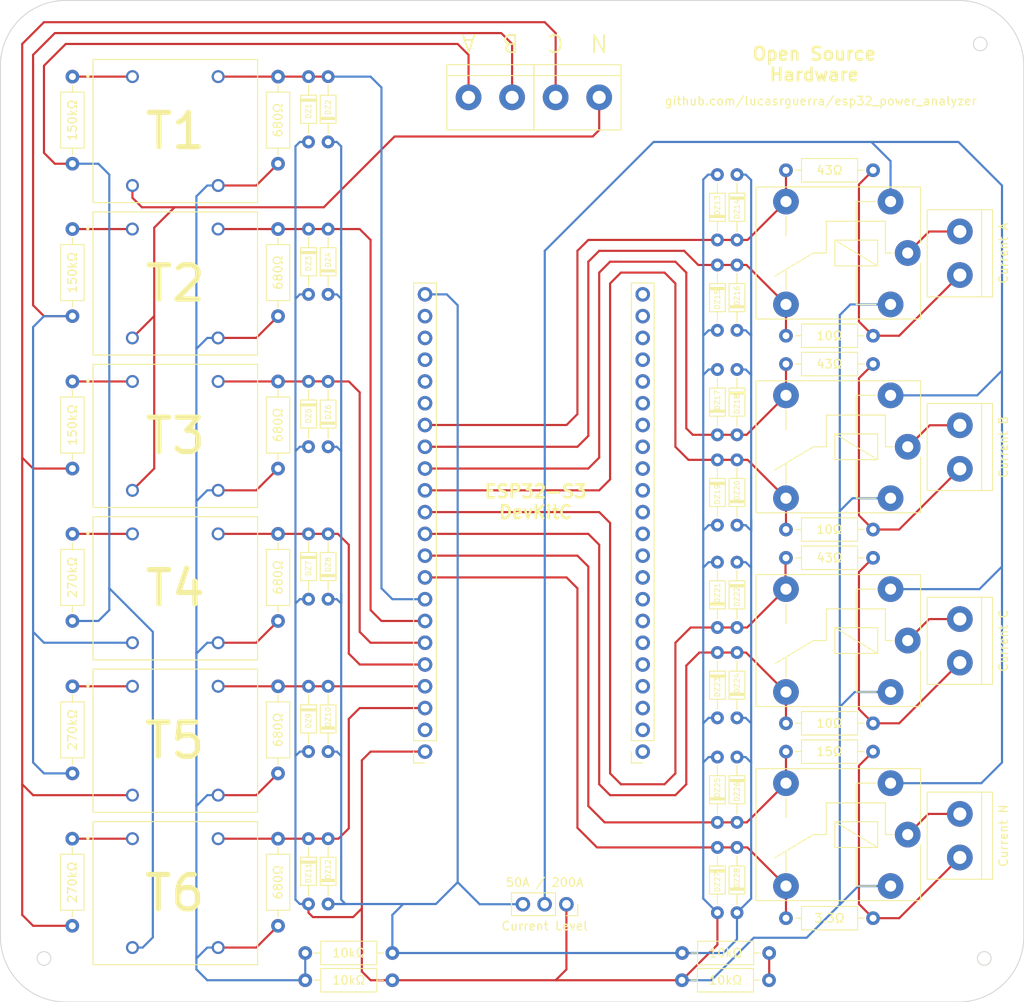
<source format=kicad_pcb>
(kicad_pcb (version 20221018) (generator pcbnew)
  (layers (0 "F.Cu" signal) (31 "B.Cu" signal) (34 "B.Paste" user) (35 "F.Paste" user) (36 "B.SilkS" user "B.Silkscreen") (37 "F.SilkS" user "F.Silkscreen") (38 "B.Mask" user) (39 "F.Mask" user) (44 "Edge.Cuts" user))
  (net 0 "")
  (net 1 "Line_AC_Wave")
  (net 2 "GND")
  (net 3 "VCC")
  (net 4 "Line_BC_Wave")
  (net 5 "Line_AB_Wave")
  (net 6 "Line_C_Wave")
  (net 7 "Line_B_Wave")
  (net 8 "Line_A_Wave")
  (net 9 "Current_A_50A")
  (net 10 "Current_A_200A")
  (net 11 "Current_B_50A")
  (net 12 "Current_B_200A")
  (net 13 "Current_N_600A")
  (net 14 "Current_N_150A")
  (net 15 "Current_C_50A")
  (net 16 "Current_C_200A")
  (net 45 "Line_B")
  (net 46 "Line_A")
  (net 47 "Neutral")
  (net 48 "Line_C")
  (net 49 "A_Current")
  (net 50 "V_Ref_C")
  (net 51 "B_Current")
  (net 52 "C_Current")
  (net 53 "N_Current")
  (net 54 "Select_Current")
  (net 55 "Line_A_Load")
  (net 56 "Line_B_Load")
  (net 57 "Line_C_Load")
  (net 58 "Line_AB_Load")
  (net 59 "Line_BC_Load")
  (net 60 "Line_AC_Load")
  (net 61 "V_Ref_V")
  (footprint "TerminalBlock:TerminalBlock_bornier-2_P5.08mm" (layer "F.Cu") (at 90.737 29.972 180)
    (fp_text reference "N  C")
    (fp_text value "Screw_Terminal_01x02" hide)
  )
  (footprint "Diode_THT:D_DO-34_SOD68_P7.62mm_Horizontal" (layer "F.Cu") (at 106.812 38.989 -90)
    (fp_text reference "DZ14" hide)
    (fp_text value "3.3v" hide)
  )
  (footprint "Connector_PinSocket_2.54mm:PinSocket_1x22_P2.54mm_Vertical" (layer "F.Cu") (at 95.817 106.299 180)
    (fp_text reference "ESP32-S3_BACK1" hide)
    (fp_text value "Conn_01x22_Socket" hide)
  )
  (footprint "Resistor_THT:R_Axial_DIN0207_L6.3mm_D2.5mm_P10.16mm_Horizontal" (layer "F.Cu") (at 29.269 126.619 90)
    (fp_text reference "R11" hide)
    (fp_text value "270kΩ" hide)
  )
  (footprint "Diode_THT:D_DO-34_SOD68_P7.62mm_Horizontal" (layer "F.Cu") (at 106.812 61.722 -90)
    (fp_text reference "DZ18" hide)
    (fp_text value "3.3v" hide)
  )
  (footprint "Diode_THT:D_DO-34_SOD68_P7.62mm_Horizontal" (layer "F.Cu") (at 106.812 79.883 90)
    (fp_text reference "DZ20" hide)
    (fp_text value "3.3v" hide)
  )
  (footprint "SnapEDA Library:XFMR_ZMPT101B" (layer "F.Cu") (at 41.287 87.249)
    (fp_text reference "T4")
    (fp_text value "ZMPT101B" hide)
  )
  (footprint "Resistor_THT:R_Axial_DIN0207_L6.3mm_D2.5mm_P10.16mm_Horizontal" (layer "F.Cu") (at 100.408 129.794)
    (fp_text reference "R23" hide)
    (fp_text value "10kΩ" hide)
  )
  (footprint "TerminalBlock:TerminalBlock_bornier-2_P5.08mm" (layer "F.Cu") (at 132.811 118.649 90)
    (fp_text reference "Current N")
    (fp_text value "Screw_Terminal_01x02" hide)
  )
  (footprint "Diode_THT:D_DO-34_SOD68_P7.62mm_Horizontal" (layer "F.Cu") (at 106.812 84.201 -90)
    (fp_text reference "DZ22" hide)
    (fp_text value "3.3v" hide)
  )
  (footprint "Diode_THT:D_DO-34_SOD68_P7.62mm_Horizontal" (layer "F.Cu") (at 104.526 114.554 90)
    (fp_text reference "DZ25" hide)
    (fp_text value "3.3v" hide)
  )
  (footprint "Resistor_THT:R_Axial_DIN0207_L6.3mm_D2.5mm_P10.16mm_Horizontal" (layer "F.Cu") (at 56.447 129.794)
    (fp_text reference "R21" hide)
    (fp_text value "10kΩ" hide)
  )
  (footprint "Diode_THT:D_DO-34_SOD68_P7.62mm_Horizontal" (layer "F.Cu") (at 104.526 72.263 -90)
    (fp_text reference "DZ19" hide)
    (fp_text value "3.3v" hide)
  )
  (footprint "Diode_THT:D_DO-34_SOD68_P7.62mm_Horizontal" (layer "F.Cu") (at 106.812 102.362 90)
    (fp_text reference "DZ24" hide)
    (fp_text value "3.3v" hide)
  )
  (footprint "Diode_THT:D_DO-34_SOD68_P7.62mm_Horizontal" (layer "F.Cu") (at 59.114 35.179 90)
    (fp_text reference "DZ2" hide)
    (fp_text value "3.3v" hide)
  )
  (footprint "Relay_THT:Relay_SPDT_Finder_36.11" (layer "F.Cu") (at 126.727 48.133 180)
    (fp_text reference "K1" hide)
    (fp_text value "FINDER-36.11" hide)
  )
  (footprint "Diode_THT:D_DO-34_SOD68_P7.62mm_Horizontal" (layer "F.Cu") (at 56.828 80.899 -90)
    (fp_text reference "DZ7" hide)
    (fp_text value "3.3v" hide)
  )
  (footprint "Diode_THT:D_DO-34_SOD68_P7.62mm_Horizontal" (layer "F.Cu") (at 104.526 49.53 -90)
    (fp_text reference "DZ15" hide)
    (fp_text value "3.3v" hide)
  )
  (footprint "TerminalBlock:TerminalBlock_bornier-2_P5.08mm" (layer "F.Cu") (at 132.811 95.916 90)
    (fp_text reference "Current C")
    (fp_text value "Screw_Terminal_01x02" hide)
  )
  (footprint "SnapEDA Library:XFMR_ZMPT101B" (layer "F.Cu") (at 41.277 51.689)
    (fp_text reference "T2")
    (fp_text value "ZMPT101B" hide)
  )
  (footprint "SnapEDA Library:XFMR_ZMPT101B" (layer "F.Cu") (at 41.287 69.469)
    (fp_text reference "T3")
    (fp_text value "ZMPT101B" hide)
  )
  (footprint "TerminalBlock:TerminalBlock_bornier-2_P5.08mm" (layer "F.Cu") (at 132.811 73.31 90)
    (fp_text reference "Current B")
    (fp_text value "Screw_Terminal_01x02" hide)
  )
  (footprint "Diode_THT:D_DO-34_SOD68_P7.62mm_Horizontal" (layer "F.Cu") (at 104.526 46.609 90)
    (fp_text reference "DZ13" hide)
    (fp_text value "3.3v" hide)
  )
  (footprint "Resistor_THT:R_Axial_DIN0207_L6.3mm_D2.5mm_P10.16mm_Horizontal" (layer "F.Cu") (at 122.687 83.693 180)
    (fp_text reference "R17" hide)
    (fp_text value "43Ω" hide)
  )
  (footprint "Resistor_THT:R_Axial_DIN0207_L6.3mm_D2.5mm_P10.16mm_Horizontal" (layer "F.Cu") (at 29.287 91.059 90)
    (fp_text reference "R7" hide)
    (fp_text value "270kΩ" hide)
  )
  (footprint "Connector_PinSocket_2.54mm:PinSocket_1x03_P2.54mm_Vertical" (layer "F.Cu") (at 86.912 124.104 -90)
    (fp_text reference "Current Level")
    (fp_text value "50A / 200A")
  )
  (footprint "TerminalBlock:TerminalBlock_bornier-2_P5.08mm" (layer "F.Cu") (at 132.811 50.704 90)
    (fp_text reference "Current A")
    (fp_text value "Screw_Terminal_01x02" hide)
  )
  (footprint "Resistor_THT:R_Axial_DIN0207_L6.3mm_D2.5mm_P10.16mm_Horizontal" (layer "F.Cu") (at 53.272 126.619 90)
    (fp_text reference "R12" hide)
    (fp_text value "680Ω" hide)
  )
  (footprint "Resistor_THT:R_Axial_DIN0207_L6.3mm_D2.5mm_P10.16mm_Horizontal" (layer "F.Cu") (at 122.687 61.087 180)
    (fp_text reference "R15" hide)
    (fp_text value "43Ω" hide)
  )
  (footprint "SnapEDA Library:XFMR_ZMPT101B" (layer "F.Cu") (at 41.287 33.909)
    (fp_text reference "T1")
    (fp_text value "ZMPT101B" hide)
  )
  (footprint "Diode_THT:D_DO-34_SOD68_P7.62mm_Horizontal" (layer "F.Cu") (at 59.114 106.299 90)
    (fp_text reference "DZ10" hide)
    (fp_text value "3.3v" hide)
  )
  (footprint "Resistor_THT:R_Axial_DIN0207_L6.3mm_D2.5mm_P10.16mm_Horizontal" (layer "F.Cu") (at 112.527 80.391)
    (fp_text reference "R16" hide)
    (fp_text value "10Ω" hide)
  )
  (footprint "Resistor_THT:R_Axial_DIN0207_L6.3mm_D2.5mm_P10.16mm_Horizontal" (layer "F.Cu") (at 53.272 73.279 90)
    (fp_text reference "R6" hide)
    (fp_text value "680Ω" hide)
  )
  (footprint "Diode_THT:D_DO-34_SOD68_P7.62mm_Horizontal" (layer "F.Cu") (at 104.526 117.475 -90)
    (fp_text reference "DZ27" hide)
    (fp_text value "3.3v" hide)
  )
  (footprint "Diode_THT:D_DO-34_SOD68_P7.62mm_Horizontal" (layer "F.Cu") (at 56.828 45.339 -90)
    (fp_text reference "DZ3" hide)
    (fp_text value "3.3v" hide)
  )
  (footprint "Diode_THT:D_DO-34_SOD68_P7.62mm_Horizontal" (layer "F.Cu") (at 59.114 88.519 90)
    (fp_text reference "DZ8" hide)
    (fp_text value "3.3v" hide)
  )
  (footprint "Relay_THT:Relay_SPDT_Finder_36.11" (layer "F.Cu") (at 126.727 115.982 180)
    (fp_text reference "K4" hide)
    (fp_text value "FINDER-36.11" hide)
  )
  (footprint "Resistor_THT:R_Axial_DIN0207_L6.3mm_D2.5mm_P10.16mm_Horizontal" (layer "F.Cu") (at 53.272 55.499 90)
    (fp_text reference "R4" hide)
    (fp_text value "680Ω" hide)
  )
  (footprint "Resistor_THT:R_Axial_DIN0207_L6.3mm_D2.5mm_P10.16mm_Horizontal" (layer "F.Cu") (at 53.272 108.839 90)
    (fp_text reference "R10" hide)
    (fp_text value "680Ω" hide)
  )
  (footprint "Diode_THT:D_DO-34_SOD68_P7.62mm_Horizontal" (layer "F.Cu") (at 59.114 52.959 90)
    (fp_text reference "DZ4" hide)
    (fp_text value "3.3v" hide)
  )
  (footprint "TerminalBlock:TerminalBlock_bornier-2_P5.08mm" (layer "F.Cu") (at 80.577 29.972 180)
    (fp_text reference "B  A")
    (fp_text value "Screw_Terminal_01x02" hide)
  )
  (footprint "Resistor_THT:R_Axial_DIN0207_L6.3mm_D2.5mm_P10.16mm_Horizontal" (layer "F.Cu") (at 56.447 132.969)
    (fp_text reference "R22" hide)
    (fp_text value "10kΩ" hide)
  )
  (footprint "Resistor_THT:R_Axial_DIN0207_L6.3mm_D2.5mm_P10.16mm_Horizontal" (layer "F.Cu") (at 122.687 38.481 180)
    (fp_text reference "R13" hide)
    (fp_text value "43Ω" hide)
  )
  (footprint "Resistor_THT:R_Axial_DIN0207_L6.3mm_D2.5mm_P10.16mm_Horizontal" (layer "F.Cu") (at 29.287 37.719 90)
    (fp_text reference "R1" hide)
    (fp_text value "150kΩ" hide)
  )
  (footprint "Diode_THT:D_DO-34_SOD68_P7.62mm_Horizontal" (layer "F.Cu") (at 59.114 124.079 90)
    (fp_text reference "DZ12" hide)
    (fp_text value "3.3v" hide)
  )
  (footprint "Diode_THT:D_DO-34_SOD68_P7.62mm_Horizontal" (layer "F.Cu") (at 106.812 57.15 90)
    (fp_text reference "DZ16" hide)
    (fp_text value "3.3v" hide)
  )
  (footprint "Relay_THT:Relay_SPDT_Finder_36.11" (layer "F.Cu") (at 126.727 70.739 180)
    (fp_text reference "K2" hide)
    (fp_text value "FINDER-36.11" hide)
  )
  (footprint "Diode_THT:D_DO-34_SOD68_P7.62mm_Horizontal" (layer "F.Cu") (at 106.812 125.095 90)
    (fp_text reference "DZ28" hide)
    (fp_text value "3.3v" hide)
  )
  (footprint "Resistor_THT:R_Axial_DIN0207_L6.3mm_D2.5mm_P10.16mm_Horizontal" (layer "F.Cu") (at 53.272 37.719 90)
    (fp_text reference "R2" hide)
    (fp_text value "680Ω" hide)
  )
  (footprint "Diode_THT:D_DO-34_SOD68_P7.62mm_Horizontal" (layer "F.Cu") (at 104.526 94.742 -90)
    (fp_text reference "DZ23" hide)
    (fp_text value "3.3v" hide)
  )
  (footprint "Relay_THT:Relay_SPDT_Finder_36.11" (layer "F.Cu") (at 126.727 93.345 180)
    (fp_text reference "K3" hide)
    (fp_text value "FINDER-36.11" hide)
  )
  (footprint "Resistor_THT:R_Axial_DIN0207_L6.3mm_D2.5mm_P10.16mm_Horizontal" (layer "F.Cu") (at 29.287 55.499 90)
    (fp_text reference "R3" hide)
    (fp_text value "150kΩ" hide)
  )
  (footprint "Diode_THT:D_DO-34_SOD68_P7.62mm_Horizontal" (layer "F.Cu") (at 104.526 91.821 90)
    (fp_text reference "DZ21" hide)
    (fp_text value "3.3v" hide)
  )
  (footprint "Diode_THT:D_DO-34_SOD68_P7.62mm_Horizontal" (layer "F.Cu") (at 56.828 63.109 -90)
    (fp_text reference "DZ5" hide)
    (fp_text value "3.3v" hide)
  )
  (footprint "Resistor_THT:R_Axial_DIN0207_L6.3mm_D2.5mm_P10.16mm_Horizontal" (layer "F.Cu") (at 53.272 91.059 90)
    (fp_text reference "R8" hide)
    (fp_text value "680Ω" hide)
  )
  (footprint "SnapEDA Library:XFMR_ZMPT101B" (layer "F.Cu") (at 41.287 105.029)
    (fp_text reference "T5")
    (fp_text value "ZMPT101B" hide)
  )
  (footprint "Resistor_THT:R_Axial_DIN0207_L6.3mm_D2.5mm_P10.16mm_Horizontal" (layer "F.Cu") (at 100.389 132.969)
    (fp_text reference "R24" hide)
    (fp_text value "10kΩ" hide)
  )
  (footprint "Resistor_THT:R_Axial_DIN0207_L6.3mm_D2.5mm_P10.16mm_Horizontal" (layer "F.Cu") (at 112.527 125.73)
    (fp_text reference "R20" hide)
    (fp_text value "3.3Ω" hide)
  )
  (footprint "Resistor_THT:R_Axial_DIN0207_L6.3mm_D2.5mm_P10.16mm_Horizontal" (layer "F.Cu") (at 29.287 108.839 90)
    (fp_text reference "R9" hide)
    (fp_text value "270kΩ" hide)
  )
  (footprint "Connector_PinSocket_2.54mm:PinSocket_1x22_P2.54mm_Vertical" (layer "F.Cu") (at 70.417 106.299 180)
    (fp_text reference "ESP32-S3_FRONT1" hide)
    (fp_text value "Conn_01x22_Socket" hide)
  )
  (footprint "Resistor_THT:R_Axial_DIN0207_L6.3mm_D2.5mm_P10.16mm_Horizontal" (layer "F.Cu") (at 112.527 102.997)
    (fp_text reference "R18" hide)
    (fp_text value "10Ω" hide)
  )
  (footprint "Diode_THT:D_DO-34_SOD68_P7.62mm_Horizontal" (layer "F.Cu") (at 59.114 70.739 90)
    (fp_text reference "DZ6" hide)
    (fp_text value "3.3v" hide)
  )
  (footprint "Diode_THT:D_DO-34_SOD68_P7.62mm_Horizontal" (layer "F.Cu") (at 106.812 106.934 -90)
    (fp_text reference "DZ26" hide)
    (fp_text value "3.3v" hide)
  )
  (footprint "SnapEDA Library:XFMR_ZMPT101B" (layer "F.Cu") (at 41.287 122.809)
    (fp_text reference "T6")
    (fp_text value "ZMPT101B" hide)
  )
  (footprint "Diode_THT:D_DO-34_SOD68_P7.62mm_Horizontal" (layer "F.Cu") (at 56.823 116.454 -90)
    (fp_text reference "DZ11" hide)
    (fp_text value "3.3v" hide)
  )
  (footprint "Resistor_THT:R_Axial_DIN0207_L6.3mm_D2.5mm_P10.16mm_Horizontal" (layer "F.Cu") (at 112.527 57.785)
    (fp_text reference "R14" hide)
    (fp_text value "10Ω" hide)
  )
  (footprint "Resistor_THT:R_Axial_DIN0207_L6.3mm_D2.5mm_P10.16mm_Horizontal" (layer "F.Cu") (at 29.287 73.279 90)
    (fp_text reference "R5" hide)
    (fp_text value "150kΩ" hide)
  )
  (footprint "Diode_THT:D_DO-34_SOD68_P7.62mm_Horizontal" (layer "F.Cu") (at 104.526 69.342 90)
    (fp_text reference "DZ17" hide)
    (fp_text value "3.3v" hide)
  )
  (footprint "Diode_THT:D_DO-34_SOD68_P7.62mm_Horizontal" (layer "F.Cu") (at 56.828 98.679 -90)
    (fp_text reference "DZ9" hide)
    (fp_text value "3.3v" hide)
  )
  (footprint "Diode_THT:D_DO-34_SOD68_P7.62mm_Horizontal" (layer "F.Cu") (at 56.828 27.559 -90)
    (fp_text reference "DZ1" hide)
    (fp_text value "3.3v" hide)
  )
  (footprint "Resistor_THT:R_Axial_DIN0207_L6.3mm_D2.5mm_P10.16mm_Horizontal" (layer "F.Cu") (at 122.687 106.299 180)
    (fp_text reference "R19" hide)
    (fp_text value "15Ω" hide)
  )
  (gr_circle (center 135.187 23.749) (end 135.987 23.749) (stroke (width 0.1)) (fill none) (layer "Edge.Cuts"))
  (gr_arc (start 20.887 26.289) (mid 23.118846 20.900846) (end 28.507 18.669) (stroke (width 0.1)) (layer "Edge.Cuts"))
  (gr_arc (start 28.507 135.509) (mid 23.118846 133.277154) (end 20.887 127.889) (stroke (width 0.1)) (layer "Edge.Cuts"))
  (gr_circle (center 135.657 130.429) (end 136.457 130.429) (stroke (width 0.1)) (fill none) (layer "Edge.Cuts"))
  (gr_arc (start 140.267 127.889) (mid 138.035154 133.277154) (end 132.647 135.509) (stroke (width 0.1)) (layer "Edge.Cuts"))
  (gr_arc (start 132.647 18.669) (mid 138.035154 20.900846) (end 140.267 26.289) (stroke (width 0.1)) (layer "Edge.Cuts"))
  (gr_circle (center 25.967 130.429) (end 26.767 130.429) (stroke (width 0.1)) (fill none) (layer "Edge.Cuts"))
  (gr_line (start 20.887 26.289) (end 20.887 127.889) (stroke (width 0.1)) (layer "Edge.Cuts"))
  (gr_line (start 132.647 135.509) (end 28.507 135.509) (stroke (width 0.1)) (layer "Edge.Cuts"))
  (gr_line (start 132.647 18.669) (end 28.507 18.669) (stroke (width 0.1)) (layer "Edge.Cuts"))
  (gr_line (start 140.267 26.289) (end 140.267 127.889) (stroke (width 0.1)) (layer "Edge.Cuts"))
  (gr_text "Open Source\nHardware" (at 115.824 28.194) (layer "F.SilkS") (effects (font (size 1.5 1.5) (thickness 0.3) bold) (justify bottom)))
  (gr_text "github.com/lucasrguerra/esp32_power_analyzer" (at 116.586 30.988) (layer "F.SilkS") (effects (font (size 1 1)) (justify bottom)))
  (gr_text "ESP32-S3\nDevKitC" (at 83.312 79.248) (layer "F.SilkS") (effects (font (size 1.5 1.5) (thickness 0.3) bold) (justify bottom)))
  (segment (start 59.109 116.454) (end 59.114 116.459) (width 0.25) (layer "F.Cu") (net 1))
  (segment (start 61.527 115.2525) (end 61.527 102.489) (width 0.25) (layer "F.Cu") (net 1))
  (segment (start 61.527 102.489) (end 62.797 101.219) (width 0.25) (layer "F.Cu") (net 1))
  (segment (start 56.823 116.454) (end 59.109 116.454) (width 0.25) (layer "F.Cu") (net 1))
  (segment (start 53.272 116.459) (end 56.818 116.459) (width 0.25) (layer "F.Cu") (net 1))
  (segment (start 53.272 116.459) (end 46.287 116.459) (width 0.25) (layer "F.Cu") (net 1))
  (segment (start 56.818 116.459) (end 56.823 116.454) (width 0.25) (layer "F.Cu") (net 1))
  (segment (start 62.797 101.219) (end 70.417 101.219) (width 0.25) (layer "F.Cu") (net 1))
  (segment (start 59.114 116.459) (end 60.3205 116.459) (width 0.25) (layer "F.Cu") (net 1))
  (segment (start 60.3205 116.459) (end 61.527 115.2525) (width 0.25) (layer "F.Cu") (net 1))
  (segment (start 100.389 132.969) (end 104.526 128.832) (width 0.25) (layer "F.Cu") (net 2))
  (segment (start 58.987 125.603) (end 57.336 125.603) (width 0.25) (layer "F.Cu") (net 2))
  (segment (start 63.051 131.953) (end 63.051 124.587) (width 0.25) (layer "F.Cu") (net 2))
  (segment (start 66.607 132.969) (end 64.067 132.969) (width 0.25) (layer "F.Cu") (net 2))
  (segment (start 85.657 132.969) (end 100.389 132.969) (width 0.25) (layer "F.Cu") (net 2))
  (segment (start 64.067 132.969) (end 63.051 131.953) (width 0.25) (layer "F.Cu") (net 2))
  (segment (start 70.417 106.299) (end 64.067 106.299) (width 0.25) (layer "F.Cu") (net 2))
  (segment (start 86.912 124.104) (end 86.912 131.714) (width 0.25) (layer "F.Cu") (net 2))
  (segment (start 104.526 128.832) (end 104.526 125.095) (width 0.25) (layer "F.Cu") (net 2))
  (segment (start 86.912 131.714) (end 85.657 132.969) (width 0.25) (layer "F.Cu") (net 2))
  (segment (start 57.336 125.603) (end 56.823 125.09) (width 0.25) (layer "F.Cu") (net 2))
  (segment (start 56.823 125.09) (end 56.823 124.074) (width 0.25) (layer "F.Cu") (net 2))
  (segment (start 63.051 107.315) (end 63.051 124.587) (width 0.25) (layer "F.Cu") (net 2))
  (segment (start 64.067 106.299) (end 63.051 107.315) (width 0.25) (layer "F.Cu") (net 2))
  (segment (start 63.051 124.587) (end 62.035 125.603) (width 0.25) (layer "F.Cu") (net 2))
  (segment (start 62.035 125.603) (end 58.987 125.603) (width 0.25) (layer "F.Cu") (net 2))
  (segment (start 66.607 132.969) (end 85.657 132.969) (width 0.25) (layer "F.Cu") (net 2))
  (segment (start 104.526 84.201) (end 103.51 84.201) (width 0.25) (layer "B.Cu") (net 2))
  (segment (start 55.812 52.959) (end 55.304 53.467) (width 0.25) (layer "B.Cu") (net 2))
  (segment (start 120.9645 121.982) (end 124.727 121.982) (width 0.25) (layer "B.Cu") (net 2))
  (segment (start 102.875 79.248) (end 102.875 84.709) (width 0.25) (layer "B.Cu") (net 2))
  (segment (start 55.304 35.687) (end 55.304 123.571) (width 0.25) (layer "B.Cu") (net 2))
  (segment (start 118.804 82.662) (end 118.804 55.372) (width 0.25) (layer "B.Cu") (net 2))
  (segment (start 102.875 80.518) (end 103.51 79.883) (width 0.25) (layer "B.Cu") (net 2))
  (segment (start 120.043 54.133) (end 124.727 54.133) (width 0.25) (layer "B.Cu") (net 2))
  (segment (start 104.526 102.362) (end 103.51 102.362) (width 0.25) (layer "B.Cu") (net 2))
  (segment (start 55.812 106.299) (end 56.828 106.299) (width 0.25) (layer "B.Cu") (net 2))
  (segment (start 55.304 89.027) (end 55.812 88.519) (width 0.25) (layer "B.Cu") (net 2))
  (segment (start 103.51 102.362) (end 102.875 102.997) (width 0.25) (layer "B.Cu") (net 2))
  (segment (start 55.822 70.729) (end 56.828 70.729) (width 0.25) (layer "B.Cu") (net 2))
  (segment (start 103.51 57.15) (end 102.875 57.785) (width 0.25) (layer "B.Cu") (net 2))
  (segment (start 55.812 88.519) (end 56.828 88.519) (width 0.25) (layer "B.Cu") (net 2))
  (segment (start 103.51 61.722) (end 102.875 62.357) (width 0.25) (layer "B.Cu") (net 2))
  (segment (start 55.807 124.074) (end 56.823 124.074) (width 0.25) (layer "B.Cu") (net 2))
  (segment (start 102.875 84.709) (end 102.875 102.997) (width 0.25) (layer "B.Cu") (net 2))
  (segment (start 104.526 38.989) (end 103.4465 38.989) (width 0.25) (layer "B.Cu") (net 2))
  (segment (start 104.526 57.15) (end 103.51 57.15) (width 0.25) (layer "B.Cu") (net 2))
  (segment (start 102.875 57.15) (end 102.875 62.357) (width 0.25) (layer "B.Cu") (net 2))
  (segment (start 55.304 123.571) (end 55.807 124.074) (width 0.25) (layer "B.Cu") (net 2))
  (segment (start 55.812 35.179) (end 55.304 35.687) (width 0.25) (layer "B.Cu") (net 2))
  (segment (start 103.51 106.934) (end 102.875 107.569) (width 0.25) (layer "B.Cu") (net 2))
  (segment (start 102.875 62.357) (end 102.875 79.248) (width 0.25) (layer "B.Cu") (net 2))
  (segment (start 118.804 101.092) (end 120.551 99.345) (width 0.25) (layer "B.Cu") (net 2))
  (segment (start 103.818 132.969) (end 108.771 128.016) (width 0.25) (layer "B.Cu") (net 2))
  (segment (start 104.526 61.722) (end 103.51 61.722) (width 0.25) (layer "B.Cu") (net 2))
  (segment (start 103.4465 38.989) (end 102.875 39.5605) (width 0.25) (layer "B.Cu") (net 2))
  (segment (start 114.9305 128.016) (end 118.804 124.1425) (width 0.25) (layer "B.Cu") (net 2))
  (segment (start 102.875 107.569) (end 102.875 123.444) (width 0.25) (layer "B.Cu") (net 2))
  (segment (start 100.389 132.969) (end 103.818 132.969) (width 0.25) (layer "B.Cu") (net 2))
  (segment (start 55.304 106.807) (end 55.812 106.299) (width 0.25) (layer "B.Cu") (net 2))
  (segment (start 108.771 128.016) (end 114.9305 128.016) (width 0.25) (layer "B.Cu") (net 2))
  (segment (start 102.875 39.5605) (end 102.875 57.15) (width 0.25) (layer "B.Cu") (net 2))
  (segment (start 120.551 99.345) (end 124.727 99.345) (width 0.25) (layer "B.Cu") (net 2))
  (segment (start 118.804 102.489) (end 118.804 101.092) (width 0.25) (layer "B.Cu") (net 2))
  (segment (start 118.804 124.1425) (end 118.804 82.662) (width 0.25) (layer "B.Cu") (net 2))
  (segment (start 102.875 102.997) (end 102.875 107.569) (width 0.25) (layer "B.Cu") (net 2))
  (segment (start 103.51 79.883) (end 104.526 79.883) (width 0.25) (layer "B.Cu") (net 2))
  (segment (start 120.297 76.739) (end 124.727 76.739) (width 0.25) (layer "B.Cu") (net 2))
  (segment (start 56.828 52.959) (end 55.812 52.959) (width 0.25) (layer "B.Cu") (net 2))
  (segment (start 56.828 35.179) (end 55.812 35.179) (width 0.25) (layer "B.Cu") (net 2))
  (segment (start 118.804 55.372) (end 120.043 54.133) (width 0.25) (layer "B.Cu") (net 2))
  (segment (start 118.804 124.1425) (end 120.9645 121.982) (width 0.25) (layer "B.Cu") (net 2))
  (segment (start 104.526 106.934) (end 103.51 106.934) (width 0.25) (layer "B.Cu") (net 2))
  (segment (start 118.804 78.232) (end 120.297 76.739) (width 0.25) (layer "B.Cu") (net 2))
  (segment (start 118.804 82.662) (end 118.804 78.232) (width 0.25) (layer "B.Cu") (net 2))
  (segment (start 55.304 71.247) (end 55.822 70.729) (width 0.25) (layer "B.Cu") (net 2))
  (segment (start 102.875 123.444) (end 104.526 125.095) (width 0.25) (layer "B.Cu") (net 2))
  (segment (start 103.51 84.201) (end 102.875 84.836) (width 0.25) (layer "B.Cu") (net 2))
  (segment (start 71.687 124.079) (end 67.877 124.079) (width 0.25) (layer "B.Cu") (net 3))
  (segment (start 106.812 102.362) (end 107.828 102.362) (width 0.25) (layer "B.Cu") (net 3))
  (segment (start 60.638 35.687) (end 60.13 35.179) (width 0.25) (layer "B.Cu") (net 3))
  (segment (start 60.638 87.884) (end 60.638 123.571) (width 0.25) (layer "B.Cu") (net 3))
  (segment (start 66.607 129.794) (end 66.607 125.349) (width 0.25) (layer "B.Cu") (net 3))
  (segment (start 108.463 79.248) (end 108.463 107.569) (width 0.25) (layer "B.Cu") (net 3))
  (segment (start 108.463 39.624) (end 108.463 57.658) (width 0.25) (layer "B.Cu") (net 3))
  (segment (start 108.463 57.658) (end 108.463 62.23) (width 0.25) (layer "B.Cu") (net 3))
  (segment (start 108.463 80.518) (end 107.828 79.883) (width 0.25) (layer "B.Cu") (net 3))
  (segment (start 60.13 52.959) (end 60.638 53.467) (width 0.25) (layer "B.Cu") (net 3))
  (segment (start 59.114 52.959) (end 60.13 52.959) (width 0.25) (layer "B.Cu") (net 3))
  (segment (start 108.463 123.444) (end 106.812 125.095) (width 0.25) (layer "B.Cu") (net 3))
  (segment (start 60.638 106.807) (end 60.13 106.299) (width 0.25) (layer "B.Cu") (net 3))
  (segment (start 67.877 124.079) (end 59.114 124.079) (width 0.25) (layer "B.Cu") (net 3))
  (segment (start 74.227 121.539) (end 71.687 124.079) (width 0.25) (layer "B.Cu") (net 3))
  (segment (start 60.638 52.451) (end 60.638 70.231) (width 0.25) (layer "B.Cu") (net 3))
  (segment (start 107.828 38.989) (end 108.463 39.624) (width 0.25) (layer "B.Cu") (net 3))
  (segment (start 60.638 52.451) (end 60.638 35.687) (width 0.25) (layer "B.Cu") (net 3))
  (segment (start 107.828 61.722) (end 108.463 62.357) (width 0.25) (layer "B.Cu") (net 3))
  (segment (start 108.463 62.23) (end 108.463 79.248) (width 0.25) (layer "B.Cu") (net 3))
  (segment (start 72.957 52.959) (end 74.227 54.229) (width 0.25) (layer "B.Cu") (net 3))
  (segment (start 100.408 129.794) (end 66.607 129.794) (width 0.25) (layer "B.Cu") (net 3))
  (segment (start 107.828 84.201) (end 108.463 84.836) (width 0.25) (layer "B.Cu") (net 3))
  (segment (start 107.828 79.883) (end 106.812 79.883) (width 0.25) (layer "B.Cu") (net 3))
  (segment (start 108.463 79.248) (end 108.463 80.518) (width 0.25) (layer "B.Cu") (net 3))
  (segment (start 106.812 106.934) (end 107.828 106.934) (width 0.25) (layer "B.Cu") (net 3))
  (segment (start 60.13 70.739) (end 59.114 70.739) (width 0.25) (layer "B.Cu") (net 3))
  (segment (start 60.638 71.247) (end 60.13 70.739) (width 0.25) (layer "B.Cu") (net 3))
  (segment (start 105.215 129.794) (end 106.812 128.197) (width 0.25) (layer "B.Cu") (net 3))
  (segment (start 60.638 123.571) (end 61.146 124.079) (width 0.25) (layer "B.Cu") (net 3))
  (segment (start 100.408 129.794) (end 105.215 129.794) (width 0.25) (layer "B.Cu") (net 3))
  (segment (start 106.812 128.197) (end 106.812 125.095) (width 0.25) (layer "B.Cu") (net 3))
  (segment (start 106.812 84.201) (end 107.828 84.201) (width 0.25) (layer "B.Cu") (net 3))
  (segment (start 60.638 70.231) (end 60.638 87.884) (width 0.25) (layer "B.Cu") (net 3))
  (segment (start 60.13 106.299) (end 59.114 106.299) (width 0.25) (layer "B.Cu") (net 3))
  (segment (start 60.638 87.884) (end 60.638 89.027) (width 0.25) (layer "B.Cu") (net 3))
  (segment (start 60.13 35.179) (end 59.114 35.179) (width 0.25) (layer "B.Cu") (net 3))
  (segment (start 106.812 57.15) (end 107.828 57.15) (width 0.25) (layer "B.Cu") (net 3))
  (segment (start 60.13 88.519) (end 59.114 88.519) (width 0.25) (layer "B.Cu") (net 3))
  (segment (start 70.417 52.959) (end 72.957 52.959) (width 0.25) (layer "B.Cu") (net 3))
  (segment (start 106.812 38.989) (end 107.828 38.989) (width 0.25) (layer "B.Cu") (net 3))
  (segment (start 106.812 61.722) (end 107.828 61.722) (width 0.25) (layer "B.Cu") (net 3))
  (segment (start 81.832 124.104) (end 76.792 124.104) (width 0.25) (layer "B.Cu") (net 3))
  (segment (start 74.227 54.229) (end 74.227 121.539) (width 0.25) (layer "B.Cu") (net 3))
  (segment (start 107.828 106.934) (end 108.463 107.569) (width 0.25) (layer "B.Cu") (net 3))
  (segment (start 60.638 89.027) (end 60.13 88.519) (width 0.25) (layer "B.Cu") (net 3))
  (segment (start 107.828 57.15) (end 108.463 57.785) (width 0.25) (layer "B.Cu") (net 3))
  (segment (start 76.792 124.104) (end 74.227 121.539) (width 0.25) (layer "B.Cu") (net 3))
  (segment (start 61.146 124.079) (end 59.114 124.079) (width 0.25) (layer "B.Cu") (net 3))
  (segment (start 66.607 125.349) (end 67.877 124.079) (width 0.25) (layer "B.Cu") (net 3))
  (segment (start 108.463 107.569) (end 108.463 123.444) (width 0.25) (layer "B.Cu") (net 3))
  (segment (start 107.828 102.362) (end 108.463 102.997) (width 0.25) (layer "B.Cu") (net 3))
  (segment (start 59.114 98.679) (end 70.417 98.679) (width 0.25) (layer "F.Cu") (net 4))
  (segment (start 46.287 98.679) (end 53.272 98.679) (width 0.25) (layer "F.Cu") (net 4))
  (segment (start 53.272 98.679) (end 56.828 98.679) (width 0.25) (layer "F.Cu") (net 4))
  (segment (start 59.114 98.679) (end 56.828 98.679) (width 0.25) (layer "F.Cu") (net 4))
  (segment (start 61.527 94.869) (end 62.797 96.139) (width 0.25) (layer "F.Cu") (net 5))
  (segment (start 46.287 80.899) (end 53.272 80.899) (width 0.25) (layer "F.Cu") (net 5))
  (segment (start 59.114 80.899) (end 60.257 80.899) (width 0.25) (layer "F.Cu") (net 5))
  (segment (start 60.257 80.899) (end 61.527 82.169) (width 0.25) (layer "F.Cu") (net 5))
  (segment (start 62.797 96.139) (end 70.417 96.139) (width 0.25) (layer "F.Cu") (net 5))
  (segment (start 59.114 80.899) (end 56.828 80.899) (width 0.25) (layer "F.Cu") (net 5))
  (segment (start 53.272 80.899) (end 56.828 80.899) (width 0.25) (layer "F.Cu") (net 5))
  (segment (start 61.527 82.169) (end 61.527 94.869) (width 0.25) (layer "F.Cu") (net 5))
  (segment (start 46.287 63.119) (end 53.272 63.119) (width 0.25) (layer "F.Cu") (net 6))
  (segment (start 62.797 64.389) (end 62.797 92.329) (width 0.25) (layer "F.Cu") (net 6))
  (segment (start 61.527 63.119) (end 62.797 64.389) (width 0.25) (layer "F.Cu") (net 6))
  (segment (start 53.272 63.119) (end 56.818 63.119) (width 0.25) (layer "F.Cu") (net 6))
  (segment (start 56.818 63.119) (end 56.828 63.109) (width 0.25) (layer "F.Cu") (net 6))
  (segment (start 64.067 93.599) (end 70.417 93.599) (width 0.25) (layer "F.Cu") (net 6))
  (segment (start 62.797 92.329) (end 64.067 93.599) (width 0.25) (layer "F.Cu") (net 6))
  (segment (start 56.828 63.109) (end 59.104 63.109) (width 0.25) (layer "F.Cu") (net 6))
  (segment (start 59.114 63.119) (end 61.527 63.119) (width 0.25) (layer "F.Cu") (net 6))
  (segment (start 65.337 91.059) (end 64.067 89.789) (width 0.25) (layer "F.Cu") (net 7))
  (segment (start 59.114 45.339) (end 56.828 45.339) (width 0.25) (layer "F.Cu") (net 7))
  (segment (start 70.417 91.059) (end 65.337 91.059) (width 0.25) (layer "F.Cu") (net 7))
  (segment (start 46.277 45.339) (end 53.272 45.339) (width 0.25) (layer "F.Cu") (net 7))
  (segment (start 64.067 89.789) (end 64.067 46.609) (width 0.25) (layer "F.Cu") (net 7))
  (segment (start 53.272 45.339) (end 56.828 45.339) (width 0.25) (layer "F.Cu") (net 7))
  (segment (start 62.797 45.339) (end 59.114 45.339) (width 0.25) (layer "F.Cu") (net 7))
  (segment (start 64.067 46.609) (end 62.797 45.339) (width 0.25) (layer "F.Cu") (net 7))
  (segment (start 56.828 27.559) (end 59.114 27.559) (width 0.25) (layer "F.Cu") (net 8))
  (segment (start 46.287 27.559) (end 53.272 27.559) (width 0.25) (layer "F.Cu") (net 8))
  (segment (start 53.272 27.559) (end 56.828 27.559) (width 0.25) (layer "F.Cu") (net 8))
  (segment (start 64.067 27.559) (end 59.114 27.559) (width 0.25) (layer "B.Cu") (net 8))
  (segment (start 70.417 88.519) (end 66.607 88.519) (width 0.25) (layer "B.Cu") (net 8))
  (segment (start 66.607 88.519) (end 65.337 87.249) (width 0.25) (layer "B.Cu") (net 8))
  (segment (start 65.337 87.249) (end 65.337 28.829) (width 0.25) (layer "B.Cu") (net 8))
  (segment (start 65.337 28.829) (end 64.067 27.559) (width 0.25) (layer "B.Cu") (net 8))
  (segment (start 88.197 47.879) (end 88.197 66.929) (width 0.25) (layer "F.Cu") (net 9))
  (segment (start 88.197 66.929) (end 86.927 68.199) (width 0.25) (layer "F.Cu") (net 9))
  (segment (start 106.812 46.609) (end 108.051 46.609) (width 0.25) (layer "F.Cu") (net 9))
  (segment (start 104.526 46.609) (end 89.467 46.609) (width 0.25) (layer "F.Cu") (net 9))
  (segment (start 112.527 42.133) (end 112.527 38.481) (width 0.25) (layer "F.Cu") (net 9))
  (segment (start 89.467 46.609) (end 88.197 47.879) (width 0.25) (layer "F.Cu") (net 9))
  (segment (start 86.927 68.199) (end 70.417 68.199) (width 0.25) (layer "F.Cu") (net 9))
  (segment (start 108.051 46.609) (end 112.527 42.133) (width 0.25) (layer "F.Cu") (net 9))
  (segment (start 104.526 46.609) (end 106.812 46.609) (width 0.25) (layer "F.Cu") (net 9))
  (segment (start 107.924 49.53) (end 112.527 54.133) (width 0.25) (layer "F.Cu") (net 10))
  (segment (start 106.812 49.53) (end 107.924 49.53) (width 0.25) (layer "F.Cu") (net 10))
  (segment (start 100.643 47.879) (end 102.294 49.53) (width 0.25) (layer "F.Cu") (net 10))
  (segment (start 89.467 69.469) (end 89.467 49.149) (width 0.25) (layer "F.Cu") (net 10))
  (segment (start 70.417 70.739) (end 88.197 70.739) (width 0.25) (layer "F.Cu") (net 10))
  (segment (start 112.527 54.133) (end 112.527 57.785) (width 0.25) (layer "F.Cu") (net 10))
  (segment (start 88.197 70.739) (end 89.467 69.469) (width 0.25) (layer "F.Cu") (net 10))
  (segment (start 102.294 49.53) (end 104.526 49.53) (width 0.25) (layer "F.Cu") (net 10))
  (segment (start 104.526 49.53) (end 106.812 49.53) (width 0.25) (layer "F.Cu") (net 10))
  (segment (start 90.737 47.879) (end 100.643 47.879) (width 0.25) (layer "F.Cu") (net 10))
  (segment (start 89.467 49.149) (end 90.737 47.879) (width 0.25) (layer "F.Cu") (net 10))
  (segment (start 104.526 69.342) (end 101.6565 69.342) (width 0.25) (layer "F.Cu") (net 11))
  (segment (start 100.897 50.419) (end 99.627 49.149) (width 0.25) (layer "F.Cu") (net 11))
  (segment (start 106.812 69.342) (end 107.924 69.342) (width 0.25) (layer "F.Cu") (net 11))
  (segment (start 107.924 69.342) (end 112.527 64.739) (width 0.25) (layer "F.Cu") (net 11))
  (segment (start 99.627 49.149) (end 92.007 49.149) (width 0.25) (layer "F.Cu") (net 11))
  (segment (start 89.467 73.279) (end 70.417 73.279) (width 0.25) (layer "F.Cu") (net 11))
  (segment (start 104.526 69.342) (end 106.812 69.342) (width 0.25) (layer "F.Cu") (net 11))
  (segment (start 100.897 68.5825) (end 100.897 50.414) (width 0.25) (layer "F.Cu") (net 11))
  (segment (start 90.737 50.419) (end 90.737 72.009) (width 0.25) (layer "F.Cu") (net 11))
  (segment (start 92.007 49.149) (end 90.737 50.419) (width 0.25) (layer "F.Cu") (net 11))
  (segment (start 90.737 72.009) (end 89.467 73.279) (width 0.25) (layer "F.Cu") (net 11))
  (segment (start 112.527 61.087) (end 112.527 64.739) (width 0.25) (layer "F.Cu") (net 11))
  (segment (start 101.6565 69.342) (end 100.897 68.5825) (width 0.25) (layer "F.Cu") (net 11))
  (segment (start 104.526 72.263) (end 106.812 72.263) (width 0.25) (layer "F.Cu") (net 12))
  (segment (start 98.357 50.419) (end 99.627 51.689) (width 0.25) (layer "F.Cu") (net 12))
  (segment (start 101.151 72.263) (end 104.526 72.263) (width 0.25) (layer "F.Cu") (net 12))
  (segment (start 99.627 51.689) (end 99.627 70.739) (width 0.25) (layer "F.Cu") (net 12))
  (segment (start 92.007 51.689) (end 93.277 50.419) (width 0.25) (layer "F.Cu") (net 12))
  (segment (start 108.051 72.263) (end 106.812 72.263) (width 0.25) (layer "F.Cu") (net 12))
  (segment (start 92.007 74.549) (end 92.007 51.689) (width 0.25) (layer "F.Cu") (net 12))
  (segment (start 93.277 50.419) (end 98.357 50.419) (width 0.25) (layer "F.Cu") (net 12))
  (segment (start 90.737 75.819) (end 92.007 74.549) (width 0.25) (layer "F.Cu") (net 12))
  (segment (start 112.527 76.739) (end 108.051 72.263) (width 0.25) (layer "F.Cu") (net 12))
  (segment (start 104.366604 72.263) (end 104.526 72.263) (width 0.25) (layer "F.Cu") (net 12))
  (segment (start 112.527 76.739) (end 112.527 80.391) (width 0.25) (layer "F.Cu") (net 12))
  (segment (start 70.417 75.819) (end 90.737 75.819) (width 0.25) (layer "F.Cu") (net 12))
  (segment (start 99.627 70.739) (end 101.151 72.263) (width 0.25) (layer "F.Cu") (net 12))
  (segment (start 90.483 117.475) (end 104.526 117.475) (width 0.25) (layer "F.Cu") (net 13))
  (segment (start 108.02 117.475) (end 106.812 117.475) (width 0.25) (layer "F.Cu") (net 13))
  (segment (start 104.526 117.475) (end 106.812 117.475) (width 0.25) (layer "F.Cu") (net 13))
  (segment (start 88.197 115.189) (end 90.483 117.475) (width 0.25) (layer "F.Cu") (net 13))
  (segment (start 112.527 125.73) (end 112.527 121.982) (width 0.25) (layer "F.Cu") (net 13))
  (segment (start 112.527 121.982) (end 108.02 117.475) (width 0.25) (layer "F.Cu") (net 13))
  (segment (start 88.197 87.249) (end 88.197 115.189) (width 0.25) (layer "F.Cu") (net 13))
  (segment (start 70.417 85.979) (end 86.927 85.979) (width 0.25) (layer "F.Cu") (net 13))
  (segment (start 86.927 85.979) (end 88.197 87.249) (width 0.25) (layer "F.Cu") (net 13))
  (segment (start 89.467 84.709) (end 88.197 83.439) (width 0.25) (layer "F.Cu") (net 14))
  (segment (start 112.527 106.299) (end 112.527 109.982) (width 0.25) (layer "F.Cu") (net 14))
  (segment (start 89.467 112.649) (end 89.467 84.709) (width 0.25) (layer "F.Cu") (net 14))
  (segment (start 107.955 114.554) (end 106.812 114.554) (width 0.25) (layer "F.Cu") (net 14))
  (segment (start 112.527 109.982) (end 107.955 114.554) (width 0.25) (layer "F.Cu") (net 14))
  (segment (start 88.197 83.439) (end 70.417 83.439) (width 0.25) (layer "F.Cu") (net 14))
  (segment (start 104.526 114.554) (end 106.812 114.554) (width 0.25) (layer "F.Cu") (net 14))
  (segment (start 91.372 114.554) (end 89.467 112.649) (width 0.25) (layer "F.Cu") (net 14))
  (segment (start 104.526 114.554) (end 91.372 114.554) (width 0.25) (layer "F.Cu") (net 14))
  (segment (start 92.007 79.629) (end 92.007 108.839) (width 0.25) (layer "F.Cu") (net 15))
  (segment (start 112.473 87.345) (end 107.997 91.821) (width 0.25) (layer "F.Cu") (net 15))
  (segment (start 112.473 83.747) (end 112.527 83.693) (width 0.25) (layer "F.Cu") (net 15))
  (segment (start 99.627 108.839) (end 99.627 93.599) (width 0.25) (layer "F.Cu") (net 15))
  (segment (start 70.417 78.359) (end 90.737 78.359) (width 0.25) (layer "F.Cu") (net 15))
  (segment (start 112.473 87.345) (end 112.473 83.747) (width 0.25) (layer "F.Cu") (net 15))
  (segment (start 90.737 78.359) (end 92.007 79.629) (width 0.25) (layer "F.Cu") (net 15))
  (segment (start 93.277 110.109) (end 98.357 110.109) (width 0.25) (layer "F.Cu") (net 15))
  (segment (start 101.405 91.821) (end 104.526 91.821) (width 0.25) (layer "F.Cu") (net 15))
  (segment (start 106.812 91.821) (end 104.526 91.821) (width 0.25) (layer "F.Cu") (net 15))
  (segment (start 98.357 110.109) (end 99.627 108.839) (width 0.25) (layer "F.Cu") (net 15))
  (segment (start 99.627 93.599) (end 101.405 91.821) (width 0.25) (layer "F.Cu") (net 15))
  (segment (start 107.997 91.821) (end 106.812 91.821) (width 0.25) (layer "F.Cu") (net 15))
  (segment (start 92.007 108.839) (end 93.277 110.109) (width 0.25) (layer "F.Cu") (net 15))
  (segment (start 107.87 94.742) (end 106.812 94.742) (width 0.25) (layer "F.Cu") (net 16))
  (segment (start 90.737 82.169) (end 90.737 110.109) (width 0.25) (layer "F.Cu") (net 16))
  (segment (start 92.007 111.379) (end 99.627 111.379) (width 0.25) (layer "F.Cu") (net 16))
  (segment (start 99.627 111.379) (end 100.897 110.109) (width 0.25) (layer "F.Cu") (net 16))
  (segment (start 112.527 102.997) (end 112.527 99.345) (width 0.25) (layer "F.Cu") (net 16))
  (segment (start 112.473 99.345) (end 107.87 94.742) (width 0.25) (layer "F.Cu") (net 16))
  (segment (start 100.897 96.266) (end 102.421 94.742) (width 0.25) (layer "F.Cu") (net 16))
  (segment (start 100.897 110.109) (end 100.897 96.266) (width 0.25) (layer "F.Cu") (net 16))
  (segment (start 106.812 94.742) (end 104.526 94.742) (width 0.25) (layer "F.Cu") (net 16))
  (segment (start 90.737 110.109) (end 92.007 111.379) (width 0.25) (layer "F.Cu") (net 16))
  (segment (start 102.421 94.742) (end 104.526 94.742) (width 0.25) (layer "F.Cu") (net 16))
  (segment (start 70.417 80.899) (end 89.467 80.899) (width 0.25) (layer "F.Cu") (net 16))
  (segment (start 89.467 80.899) (end 90.737 82.169) (width 0.25) (layer "F.Cu") (net 16))
  (segment (start 79.307 22.479) (end 27.237 22.479) (width 0.25) (layer "F.Cu") (net 45))
  (segment (start 24.697 25.019) (end 24.697 54.229) (width 0.25) (layer "F.Cu") (net 45))
  (segment (start 27.237 22.479) (end 24.697 25.019) (width 0.25) (layer "F.Cu") (net 45))
  (segment (start 80.577 29.972) (end 80.577 23.749) (width 0.25) (layer "F.Cu") (net 45))
  (segment (start 24.697 54.229) (end 25.967 55.499) (width 0.25) (layer "F.Cu") (net 45))
  (segment (start 25.967 55.499) (end 29.287 55.499) (width 0.25) (layer "F.Cu") (net 45))
  (segment (start 80.577 23.749) (end 79.307 22.479) (width 0.25) (layer "F.Cu") (net 45))
  (segment (start 24.697 92.329) (end 25.967 93.599) (width 0.25) (layer "B.Cu") (net 45))
  (segment (start 25.967 108.839) (end 24.697 107.569) (width 0.25) (layer "B.Cu") (net 45))
  (segment (start 24.697 56.769) (end 24.697 92.329) (width 0.25) (layer "B.Cu") (net 45))
  (segment (start 29.287 55.499) (end 25.967 55.499) (width 0.25) (layer "B.Cu") (net 45))
  (segment (start 25.967 93.599) (end 36.287 93.599) (width 0.25) (layer "B.Cu") (net 45))
  (segment (start 24.697 107.569) (end 24.697 92.329) (width 0.25) (layer "B.Cu") (net 45))
  (segment (start 29.287 108.839) (end 25.967 108.839) (width 0.25) (layer "B.Cu") (net 45))
  (segment (start 25.967 55.499) (end 24.697 56.769) (width 0.25) (layer "B.Cu") (net 45))
  (segment (start 25.967 36.449) (end 27.237 37.719) (width 0.25) (layer "F.Cu") (net 46))
  (segment (start 75.497 25.019) (end 74.227 23.749) (width 0.25) (layer "F.Cu") (net 46))
  (segment (start 75.497 29.972) (end 75.497 25.019) (width 0.25) (layer "F.Cu") (net 46))
  (segment (start 27.237 37.719) (end 29.287 37.719) (width 0.25) (layer "F.Cu") (net 46))
  (segment (start 28.507 23.749) (end 25.967 26.289) (width 0.25) (layer "F.Cu") (net 46))
  (segment (start 25.967 26.289) (end 25.967 36.449) (width 0.25) (layer "F.Cu") (net 46))
  (segment (start 74.227 23.749) (end 28.507 23.749) (width 0.25) (layer "F.Cu") (net 46))
  (segment (start 33.587 87.249) (end 33.587 89.789) (width 0.25) (layer "B.Cu") (net 46))
  (segment (start 32.317 37.719) (end 33.587 38.989) (width 0.25) (layer "B.Cu") (net 46))
  (segment (start 32.317 91.059) (end 29.287 91.059) (width 0.25) (layer "B.Cu") (net 46))
  (segment (start 37.477 129.159) (end 38.667 127.969) (width 0.25) (layer "B.Cu") (net 46))
  (segment (start 29.287 37.719) (end 32.317 37.719) (width 0.25) (layer "B.Cu") (net 46))
  (segment (start 33.587 89.789) (end 32.317 91.059) (width 0.25) (layer "B.Cu") (net 46))
  (segment (start 36.287 129.159) (end 37.477 129.159) (width 0.25) (layer "B.Cu") (net 46))
  (segment (start 33.587 38.989) (end 33.587 87.249) (width 0.25) (layer "B.Cu") (net 46))
  (segment (start 38.667 92.329) (end 33.587 87.249) (width 0.25) (layer "B.Cu") (net 46))
  (segment (start 38.667 127.969) (end 38.667 92.329) (width 0.25) (layer "B.Cu") (net 46))
  (segment (start 36.277 58.039) (end 38.827 55.489) (width 0.25) (layer "F.Cu") (net 47))
  (segment (start 89.975 34.544) (end 90.737 33.782) (width 0.25) (layer "F.Cu") (net 47))
  (segment (start 90.737 33.782) (end 90.737 29.972) (width 0.25) (layer "F.Cu") (net 47))
  (segment (start 36.287 75.819) (end 38.827 73.279) (width 0.25) (layer "F.Cu") (net 47))
  (segment (start 36.287 40.259) (end 36.287 41.689) (width 0.25) (layer "F.Cu") (net 47))
  (segment (start 66.861 34.544) (end 89.975 34.544) (width 0.25) (layer "F.Cu") (net 47))
  (segment (start 37.397 42.799) (end 58.606 42.799) (width 0.25) (layer "F.Cu") (net 47))
  (segment (start 38.827 73.279) (end 38.827 55.489) (width 0.25) (layer "F.Cu") (net 47))
  (segment (start 38.827 55.489) (end 38.827 45.179) (width 0.25) (layer "F.Cu") (net 47))
  (segment (start 38.827 45.179) (end 41.207 42.799) (width 0.25) (layer "F.Cu") (net 47))
  (segment (start 58.606 42.799) (end 66.861 34.544) (width 0.25) (layer "F.Cu") (net 47))
  (segment (start 36.287 41.689) (end 37.397 42.799) (width 0.25) (layer "F.Cu") (net 47))
  (segment (start 23.427 110.109) (end 23.427 125.349) (width 0.25) (layer "F.Cu") (net 48))
  (segment (start 84.387 21.209) (end 25.967 21.209) (width 0.25) (layer "F.Cu") (net 48))
  (segment (start 24.697 126.619) (end 29.269 126.619) (width 0.25) (layer "F.Cu") (net 48))
  (segment (start 85.657 29.972) (end 85.657 22.479) (width 0.25) (layer "F.Cu") (net 48))
  (segment (start 23.427 72.009) (end 23.427 110.109) (width 0.25) (layer "F.Cu") (net 48))
  (segment (start 23.427 23.749) (end 23.427 72.009) (width 0.25) (layer "F.Cu") (net 48))
  (segment (start 23.427 125.349) (end 24.697 126.619) (width 0.25) (layer "F.Cu") (net 48))
  (segment (start 24.697 111.379) (end 36.287 111.379) (width 0.25) (layer "F.Cu") (net 48))
  (segment (start 23.427 110.109) (end 24.697 111.379) (width 0.25) (layer "F.Cu") (net 48))
  (segment (start 23.427 72.009) (end 24.697 73.279) (width 0.25) (layer "F.Cu") (net 48))
  (segment (start 24.697 73.279) (end 29.287 73.279) (width 0.25) (layer "F.Cu") (net 48))
  (segment (start 25.967 21.209) (end 23.427 23.749) (width 0.25) (layer "F.Cu") (net 48))
  (segment (start 85.657 22.479) (end 84.387 21.209) (width 0.25) (layer "F.Cu") (net 48))
  (segment (start 129.236 45.624) (end 126.727 48.133) (width 0.25) (layer "F.Cu") (net 49))
  (segment (start 132.811 45.624) (end 129.236 45.624) (width 0.25) (layer "F.Cu") (net 49))
  (segment (start 122.687 57.785) (end 121.036 56.134) (width 0.25) (layer "F.Cu") (net 50))
  (segment (start 121.036 124.079) (end 121.036 107.95) (width 0.25) (layer "F.Cu") (net 50))
  (segment (start 110.568 129.794) (end 110.568 132.95) (width 0.25) (layer "F.Cu") (net 50))
  (segment (start 121.036 62.738) (end 121.036 78.74) (width 0.25) (layer "F.Cu") (net 50))
  (segment (start 122.687 61.087) (end 121.036 62.738) (width 0.25) (layer "F.Cu") (net 50))
  (segment (start 122.687 80.391) (end 125.73 80.391) (width 0.25) (layer "F.Cu") (net 50))
  (segment (start 125.73 102.997) (end 132.811 95.916) (width 0.25) (layer "F.Cu") (net 50))
  (segment (start 121.036 40.132) (end 122.687 38.481) (width 0.25) (layer "F.Cu") (net 50))
  (segment (start 125.73 80.391) (end 132.811 73.31) (width 0.25) (layer "F.Cu") (net 50))
  (segment (start 122.687 102.997) (end 121.036 101.346) (width 0.25) (layer "F.Cu") (net 50))
  (segment (start 122.687 125.73) (end 125.73 125.73) (width 0.25) (layer "F.Cu") (net 50))
  (segment (start 122.687 125.73) (end 121.036 124.079) (width 0.25) (layer "F.Cu") (net 50))
  (segment (start 125.73 125.73) (end 132.811 118.649) (width 0.25) (layer "F.Cu") (net 50))
  (segment (start 121.036 78.74) (end 122.687 80.391) (width 0.25) (layer "F.Cu") (net 50))
  (segment (start 121.036 85.344) (end 122.687 83.693) (width 0.25) (layer "F.Cu") (net 50))
  (segment (start 121.036 107.95) (end 122.687 106.299) (width 0.25) (layer "F.Cu") (net 50))
  (segment (start 121.036 101.346) (end 121.036 85.344) (width 0.25) (layer "F.Cu") (net 50))
  (segment (start 121.036 56.134) (end 121.036 40.132) (width 0.25) (layer "F.Cu") (net 50))
  (segment (start 122.687 57.785) (end 125.73 57.785) (width 0.25) (layer "F.Cu") (net 50))
  (segment (start 122.687 102.997) (end 125.73 102.997) (width 0.25) (layer "F.Cu") (net 50))
  (segment (start 125.73 57.785) (end 132.811 50.704) (width 0.25) (layer "F.Cu") (net 50))
  (segment (start 110.568 132.95) (end 110.549 132.969) (width 0.25) (layer "B.Cu") (net 50))
  (segment (start 129.291 68.23) (end 126.782 70.739) (width 0.25) (layer "F.Cu") (net 51))
  (segment (start 126.782 70.739) (end 126.727 70.739) (width 0.25) (layer "F.Cu") (net 51))
  (segment (start 132.811 68.23) (end 129.291 68.23) (width 0.25) (layer "F.Cu") (net 51))
  (segment (start 129.236 90.836) (end 126.727 93.345) (width 0.25) (layer "F.Cu") (net 52))
  (segment (start 132.811 90.836) (end 129.236 90.836) (width 0.25) (layer "F.Cu") (net 52))
  (segment (start 132.811 113.569) (end 129.14 113.569) (width 0.25) (layer "F.Cu") (net 53))
  (segment (start 129.14 113.569) (end 126.727 115.982) (width 0.25) (layer "F.Cu") (net 53))
  (segment (start 124.727 87.345) (end 135.091 87.345) (width 0.25) (layer "B.Cu") (net 54))
  (segment (start 135.091 87.345) (end 137.727 84.709) (width 0.25) (layer "B.Cu") (net 54))
  (segment (start 84.387 47.879) (end 84.387 124.089) (width 0.25) (layer "B.Cu") (net 54))
  (segment (start 97.087 35.179) (end 84.387 47.879) (width 0.25) (layer "B.Cu") (net 54))
  (segment (start 137.727 40.259) (end 132.647 35.179) (width 0.25) (layer "B.Cu") (net 54))
  (segment (start 124.727 64.739) (end 134.837 64.739) (width 0.25) (layer "B.Cu") (net 54))
  (segment (start 132.647 35.179) (end 97.087 35.179) (width 0.25) (layer "B.Cu") (net 54))
  (segment (start 135.314 109.982) (end 137.727 107.569) (width 0.25) (layer "B.Cu") (net 54))
  (segment (start 124.727 37.419) (end 122.487 35.179) (width 0.25) (layer "B.Cu") (net 54))
  (segment (start 124.727 42.133) (end 124.727 37.419) (width 0.25) (layer "B.Cu") (net 54))
  (segment (start 137.727 61.849) (end 137.727 40.259) (width 0.25) (layer "B.Cu") (net 54))
  (segment (start 124.727 109.982) (end 135.314 109.982) (width 0.25) (layer "B.Cu") (net 54))
  (segment (start 134.837 64.739) (end 137.727 61.849) (width 0.25) (layer "B.Cu") (net 54))
  (segment (start 137.727 107.569) (end 137.727 84.709) (width 0.25) (layer "B.Cu") (net 54))
  (segment (start 84.387 124.089) (end 84.372 124.104) (width 0.25) (layer "B.Cu") (net 54))
  (segment (start 137.727 84.709) (end 137.727 61.849) (width 0.25) (layer "B.Cu") (net 54))
  (segment (start 29.287 27.559) (end 36.287 27.559) (width 0.25) (layer "F.Cu") (net 55))
  (segment (start 29.287 45.339) (end 36.277 45.339) (width 0.25) (layer "F.Cu") (net 56))
  (segment (start 36.287 63.119) (end 29.287 63.119) (width 0.25) (layer "F.Cu") (net 57))
  (segment (start 36.287 80.899) (end 29.287 80.899) (width 0.25) (layer "F.Cu") (net 58))
  (segment (start 29.287 98.679) (end 36.287 98.679) (width 0.25) (layer "F.Cu") (net 59))
  (segment (start 29.269 116.459) (end 36.287 116.459) (width 0.25) (layer "F.Cu") (net 60))
  (segment (start 50.732 58.039) (end 53.272 55.499) (width 0.25) (layer "F.Cu") (net 61))
  (segment (start 50.732 93.599) (end 53.272 91.059) (width 0.25) (layer "F.Cu") (net 61))
  (segment (start 46.287 111.379) (end 50.732 111.379) (width 0.25) (layer "F.Cu") (net 61))
  (segment (start 46.287 75.819) (end 50.732 75.819) (width 0.25) (layer "F.Cu") (net 61))
  (segment (start 50.732 75.819) (end 53.272 73.279) (width 0.25) (layer "F.Cu") (net 61))
  (segment (start 46.287 40.259) (end 50.732 40.259) (width 0.25) (layer "F.Cu") (net 61))
  (segment (start 50.732 40.259) (end 53.272 37.719) (width 0.25) (layer "F.Cu") (net 61))
  (segment (start 46.277 58.039) (end 50.732 58.039) (width 0.25) (layer "F.Cu") (net 61))
  (segment (start 46.287 93.599) (end 50.732 93.599) (width 0.25) (layer "F.Cu") (net 61))
  (segment (start 46.287 129.159) (end 50.732 129.159) (width 0.25) (layer "F.Cu") (net 61))
  (segment (start 50.732 129.159) (end 53.272 126.619) (width 0.25) (layer "F.Cu") (net 61))
  (segment (start 50.732 111.379) (end 53.272 108.839) (width 0.25) (layer "F.Cu") (net 61))
  (segment (start 46.287 40.259) (end 45.017 40.259) (width 0.25) (layer "B.Cu") (net 61))
  (segment (start 46.287 129.159) (end 45.017 129.159) (width 0.25) (layer "B.Cu") (net 61))
  (segment (start 45.017 129.159) (end 43.747 130.429) (width 0.25) (layer "B.Cu") (net 61))
  (segment (start 46.277 58.039) (end 45.017 58.039) (width 0.25) (layer "B.Cu") (net 61))
  (segment (start 45.017 40.259) (end 43.747 41.529) (width 0.25) (layer "B.Cu") (net 61))
  (segment (start 45.017 111.379) (end 43.747 112.649) (width 0.25) (layer "B.Cu") (net 61))
  (segment (start 43.747 75.819) (end 43.747 94.869) (width 0.25) (layer "B.Cu") (net 61))
  (segment (start 45.017 132.969) (end 56.447 132.969) (width 0.25) (layer "B.Cu") (net 61))
  (segment (start 45.017 75.819) (end 43.747 77.089) (width 0.25) (layer "B.Cu") (net 61))
  (segment (start 43.747 41.529) (end 43.747 59.309) (width 0.25) (layer "B.Cu") (net 61))
  (segment (start 46.287 111.379) (end 45.017 111.379) (width 0.25) (layer "B.Cu") (net 61))
  (segment (start 45.017 93.599) (end 43.747 94.869) (width 0.25) (layer "B.Cu") (net 61))
  (segment (start 43.747 130.429) (end 43.747 131.699) (width 0.25) (layer "B.Cu") (net 61))
  (segment (start 45.017 58.039) (end 43.747 59.309) (width 0.25) (layer "B.Cu") (net 61))
  (segment (start 43.747 112.649) (end 43.747 130.429) (width 0.25) (layer "B.Cu") (net 61))
  (segment (start 56.447 129.794) (end 56.447 132.969) (width 0.25) (layer "B.Cu") (net 61))
  (segment (start 43.747 131.699) (end 45.017 132.969) (width 0.25) (layer "B.Cu") (net 61))
  (segment (start 46.287 93.599) (end 45.017 93.599) (width 0.25) (layer "B.Cu") (net 61))
  (segment (start 43.747 94.869) (end 43.747 112.649) (width 0.25) (layer "B.Cu") (net 61))
  (segment (start 46.287 75.819) (end 45.017 75.819) (width 0.25) (layer "B.Cu") (net 61))
  (segment (start 43.747 59.309) (end 43.747 75.819) (width 0.25) (layer "B.Cu") (net 61))
)
</source>
